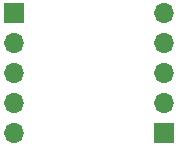
<source format=gbr>
%TF.GenerationSoftware,KiCad,Pcbnew,5.1.7-a382d34a8~87~ubuntu20.04.1*%
%TF.CreationDate,2020-11-06T18:29:20+02:00*%
%TF.ProjectId,BRK-MSOP-10-3x3-P0.5,42524b2d-4d53-44f5-902d-31302d337833,v1.0*%
%TF.SameCoordinates,Original*%
%TF.FileFunction,Copper,L2,Bot*%
%TF.FilePolarity,Positive*%
%FSLAX46Y46*%
G04 Gerber Fmt 4.6, Leading zero omitted, Abs format (unit mm)*
G04 Created by KiCad (PCBNEW 5.1.7-a382d34a8~87~ubuntu20.04.1) date 2020-11-06 18:29:20*
%MOMM*%
%LPD*%
G01*
G04 APERTURE LIST*
%TA.AperFunction,ComponentPad*%
%ADD10O,1.700000X1.700000*%
%TD*%
%TA.AperFunction,ComponentPad*%
%ADD11R,1.700000X1.700000*%
%TD*%
G04 APERTURE END LIST*
D10*
%TO.P,J2,5*%
%TO.N,PIN10*%
X106350000Y-94920000D03*
%TO.P,J2,4*%
%TO.N,PIN9*%
X106350000Y-97460000D03*
%TO.P,J2,3*%
%TO.N,PIN8*%
X106350000Y-100000000D03*
%TO.P,J2,2*%
%TO.N,PIN7*%
X106350000Y-102540000D03*
D11*
%TO.P,J2,1*%
%TO.N,PIN6*%
X106350000Y-105080000D03*
%TD*%
D10*
%TO.P,J1,5*%
%TO.N,PIN5*%
X93650000Y-105080000D03*
%TO.P,J1,4*%
%TO.N,PIN4*%
X93650000Y-102540000D03*
%TO.P,J1,3*%
%TO.N,PIN3*%
X93650000Y-100000000D03*
%TO.P,J1,2*%
%TO.N,PIN2*%
X93650000Y-97460000D03*
D11*
%TO.P,J1,1*%
%TO.N,PIN1*%
X93650000Y-94920000D03*
%TD*%
M02*

</source>
